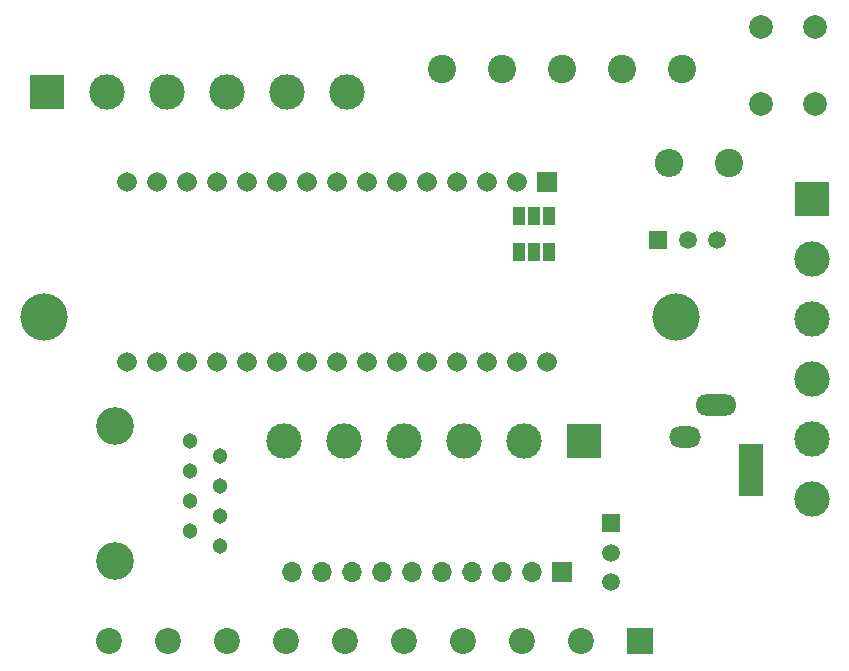
<source format=gbr>
%TF.GenerationSoftware,KiCad,Pcbnew,(6.0.7)*%
%TF.CreationDate,2022-10-05T08:02:04-05:00*%
%TF.ProjectId,ScareBanger_PCB,53636172-6542-4616-9e67-65725f504342,rev?*%
%TF.SameCoordinates,Original*%
%TF.FileFunction,Soldermask,Bot*%
%TF.FilePolarity,Negative*%
%FSLAX46Y46*%
G04 Gerber Fmt 4.6, Leading zero omitted, Abs format (unit mm)*
G04 Created by KiCad (PCBNEW (6.0.7)) date 2022-10-05 08:02:04*
%MOMM*%
%LPD*%
G01*
G04 APERTURE LIST*
%ADD10R,1.665000X1.665000*%
%ADD11C,1.665000*%
%ADD12R,3.000000X3.000000*%
%ADD13C,3.000000*%
%ADD14R,1.500000X1.500000*%
%ADD15C,1.500000*%
%ADD16C,4.000000*%
%ADD17C,2.400000*%
%ADD18C,2.000000*%
%ADD19R,2.300000X2.300000*%
%ADD20C,2.200000*%
%ADD21O,2.400000X2.400000*%
%ADD22C,3.200000*%
%ADD23C,1.303000*%
%ADD24R,2.000000X4.500000*%
%ADD25O,3.500000X1.800000*%
%ADD26O,2.700000X1.800000*%
%ADD27R,1.700000X1.700000*%
%ADD28O,1.700000X1.700000*%
%ADD29R,1.000000X1.500000*%
G04 APERTURE END LIST*
D10*
%TO.C,A1*%
X148590000Y-101610000D03*
D11*
X146050000Y-101610000D03*
X143510000Y-101610000D03*
X140970000Y-101610000D03*
X138430000Y-101610000D03*
X135890000Y-101610000D03*
X133350000Y-101610000D03*
X130810000Y-101610000D03*
X128270000Y-101610000D03*
X125730000Y-101610000D03*
X123190000Y-101610000D03*
X120650000Y-101610000D03*
X118110000Y-101610000D03*
X115570000Y-101610000D03*
X113030000Y-101610000D03*
X113030000Y-116850000D03*
X115570000Y-116850000D03*
X118110000Y-116850000D03*
X120650000Y-116850000D03*
X123190000Y-116850000D03*
X125730000Y-116850000D03*
X128270000Y-116850000D03*
X130810000Y-116850000D03*
X133350000Y-116850000D03*
X135890000Y-116850000D03*
X138430000Y-116850000D03*
X140970000Y-116850000D03*
X143510000Y-116850000D03*
X146050000Y-116850000D03*
X148590000Y-116850000D03*
%TD*%
D12*
%TO.C,J3*%
X106300000Y-94000000D03*
D13*
X111380000Y-94000000D03*
X116460000Y-94000000D03*
X121540000Y-94000000D03*
X126620000Y-94000000D03*
X131700000Y-94000000D03*
%TD*%
D14*
%TO.C,SW2*%
X154000000Y-130500000D03*
D15*
X154000000Y-133000000D03*
X154000000Y-135500000D03*
%TD*%
D12*
%TO.C,J6*%
X151700000Y-123500000D03*
D13*
X146620000Y-123500000D03*
X141540000Y-123500000D03*
X136460000Y-123500000D03*
X131380000Y-123500000D03*
X126300000Y-123500000D03*
%TD*%
D12*
%TO.C,J7*%
X171000000Y-103000000D03*
D13*
X171000000Y-108080000D03*
X171000000Y-113160000D03*
X171000000Y-118240000D03*
X171000000Y-123320000D03*
X171000000Y-128400000D03*
%TD*%
D16*
%TO.C,REF\u002A\u002A*%
X159500000Y-113000000D03*
%TD*%
D17*
%TO.C,J2*%
X160000000Y-92000000D03*
X154920000Y-92000000D03*
X149840000Y-92000000D03*
X144760000Y-92000000D03*
X139680000Y-92000000D03*
%TD*%
D18*
%TO.C,S1*%
X166750000Y-88500000D03*
X166750000Y-95000000D03*
X171250000Y-95000000D03*
X171250000Y-88500000D03*
%TD*%
D19*
%TO.C,J17*%
X156500000Y-140500000D03*
D20*
X151500000Y-140500000D03*
X146500000Y-140500000D03*
X141500000Y-140500000D03*
X136500000Y-140500000D03*
X131500000Y-140500000D03*
X126500000Y-140500000D03*
X121500000Y-140500000D03*
X116500000Y-140500000D03*
X111500000Y-140500000D03*
%TD*%
D17*
%TO.C,R2*%
X164000000Y-100000000D03*
D21*
X158920000Y-100000000D03*
%TD*%
D22*
%TO.C,J1*%
X112034000Y-133731000D03*
X112034000Y-122301000D03*
D23*
X118384000Y-123571000D03*
X120924000Y-124841000D03*
X118384000Y-126111000D03*
X120924000Y-127381000D03*
X118384000Y-128651000D03*
X120924000Y-129921000D03*
X118384000Y-131191000D03*
X120924000Y-132461000D03*
%TD*%
D14*
%TO.C,SW1*%
X158000000Y-106500000D03*
D15*
X160500000Y-106500000D03*
X163000000Y-106500000D03*
%TD*%
D16*
%TO.C,REF\u002A\u002A*%
X106000000Y-113000000D03*
%TD*%
D24*
%TO.C,J4*%
X165850000Y-126000000D03*
D25*
X162900000Y-120500000D03*
D26*
X160300000Y-123200000D03*
%TD*%
D27*
%TO.C,J16*%
X149860000Y-134620000D03*
D28*
X147320000Y-134620000D03*
X144780000Y-134620000D03*
X142240000Y-134620000D03*
X139700000Y-134620000D03*
X137160000Y-134620000D03*
X134620000Y-134620000D03*
X132080000Y-134620000D03*
X129540000Y-134620000D03*
X127000000Y-134620000D03*
%TD*%
D29*
%TO.C,JP1*%
X146200000Y-104500000D03*
X147500000Y-104500000D03*
X148800000Y-104500000D03*
%TD*%
%TO.C,JP2*%
X148800000Y-107500000D03*
X147500000Y-107500000D03*
X146200000Y-107500000D03*
%TD*%
M02*

</source>
